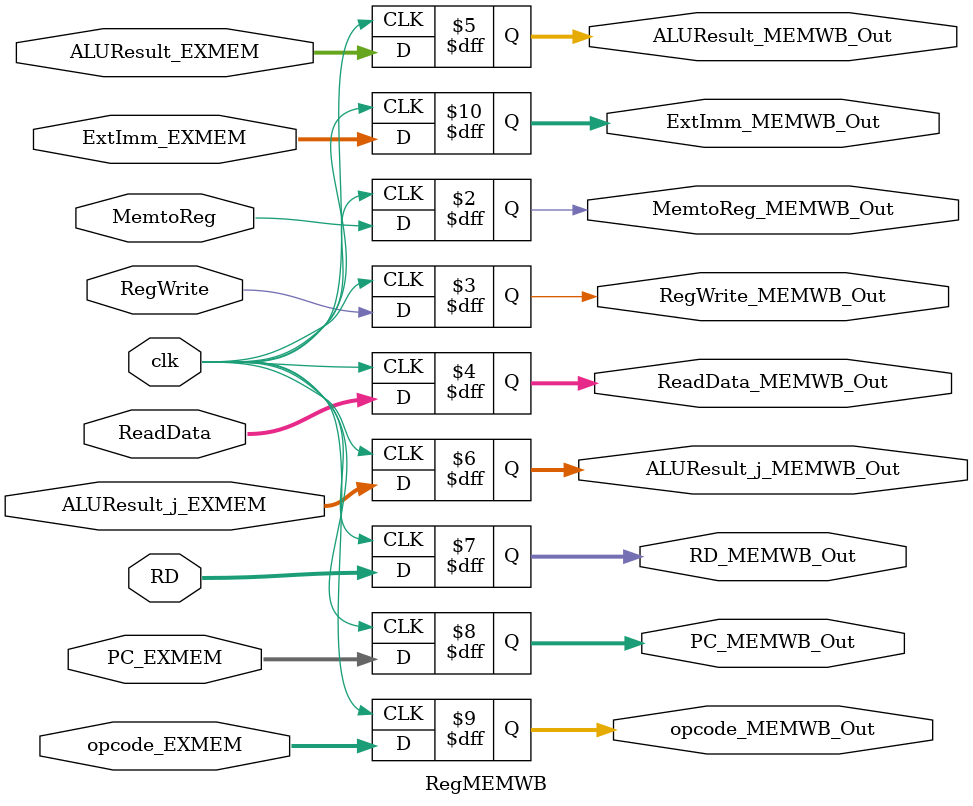
<source format=sv>
`timescale 1ns / 1ps


module RegMEMWB #(
		parameter PC_W = 9,		
		parameter RF_ADDRESS_W = 5, // Register File Address
		parameter DATA_W = 32 // Data WriteData
		)(
		input logic clk, 
		input logic  MemtoReg, RegWrite,
		input logic [DATA_W-1:0] ReadData, ALUResult_EXMEM, ALUResult_j_EXMEM,
		input logic [RF_ADDRESS_W-1:0] RD,
		input logic [PC_W-1:0] PC_EXMEM,
		input logic [6:0] opcode_EXMEM,
		input logic [DATA_W-1:0] ExtImm_EXMEM,
		
		output logic MemtoReg_MEMWB_Out, RegWrite_MEMWB_Out,
		output logic [DATA_W-1:0] ReadData_MEMWB_Out, ALUResult_MEMWB_Out, ALUResult_j_MEMWB_Out,
		output logic [RF_ADDRESS_W-1:0] RD_MEMWB_Out,
		output logic [PC_W-1:0] PC_MEMWB_Out,
		output logic [6:0] opcode_MEMWB_Out,
		output logic [DATA_W-1:0] ExtImm_MEMWB_Out		
		);
    
	always @(posedge clk)
	begin
		MemtoReg_MEMWB_Out <= MemtoReg;
		RegWrite_MEMWB_Out <= RegWrite;
		ReadData_MEMWB_Out <= ReadData;
		ALUResult_MEMWB_Out <= ALUResult_EXMEM;
		ALUResult_j_MEMWB_Out <= ALUResult_j_EXMEM;
		RD_MEMWB_Out <= RD;
		PC_MEMWB_Out <= PC_EXMEM;
		opcode_MEMWB_Out <= opcode_EXMEM;
		ExtImm_MEMWB_Out <= ExtImm_EXMEM;		
	end

endmodule
</source>
